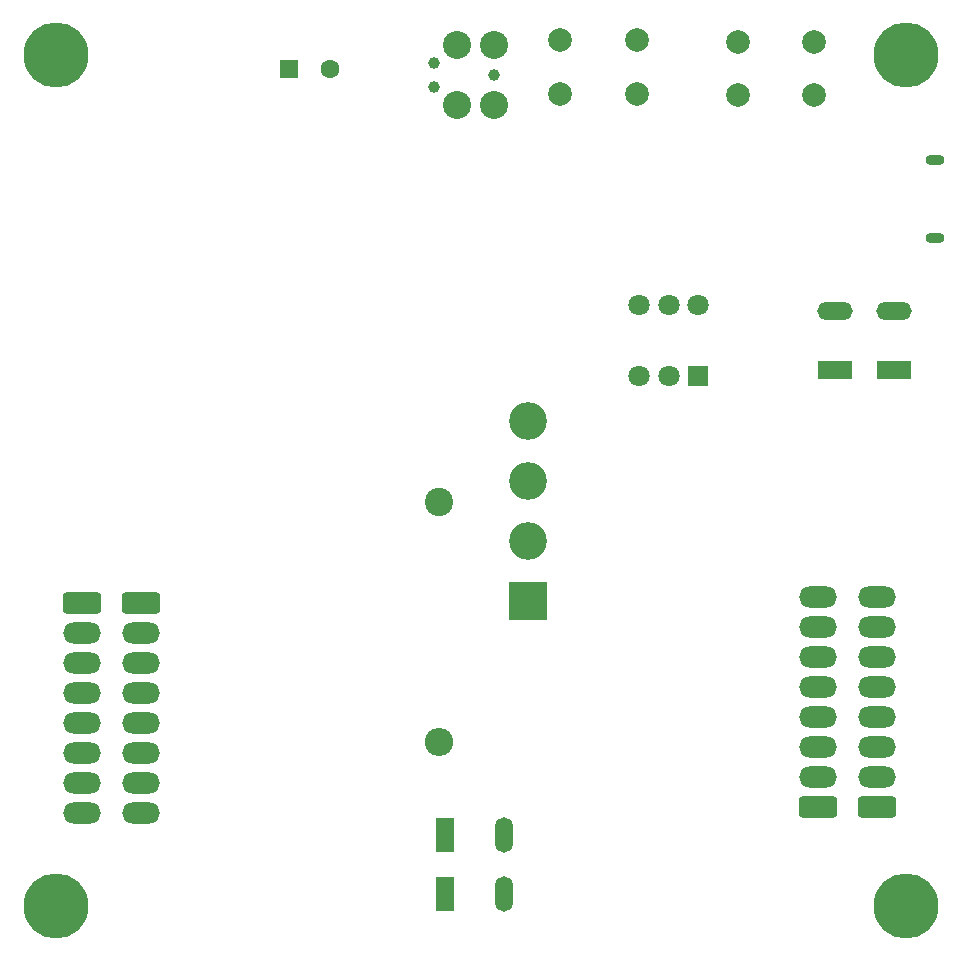
<source format=gbr>
%TF.GenerationSoftware,KiCad,Pcbnew,8.0.8+1*%
%TF.CreationDate,2025-03-01T17:33:29+00:00*%
%TF.ProjectId,dcclicht,6463636c-6963-4687-942e-6b696361645f,rev?*%
%TF.SameCoordinates,Original*%
%TF.FileFunction,Soldermask,Bot*%
%TF.FilePolarity,Negative*%
%FSLAX46Y46*%
G04 Gerber Fmt 4.6, Leading zero omitted, Abs format (unit mm)*
G04 Created by KiCad (PCBNEW 8.0.8+1) date 2025-03-01 17:33:29*
%MOMM*%
%LPD*%
G01*
G04 APERTURE LIST*
G04 Aperture macros list*
%AMRoundRect*
0 Rectangle with rounded corners*
0 $1 Rounding radius*
0 $2 $3 $4 $5 $6 $7 $8 $9 X,Y pos of 4 corners*
0 Add a 4 corners polygon primitive as box body*
4,1,4,$2,$3,$4,$5,$6,$7,$8,$9,$2,$3,0*
0 Add four circle primitives for the rounded corners*
1,1,$1+$1,$2,$3*
1,1,$1+$1,$4,$5*
1,1,$1+$1,$6,$7*
1,1,$1+$1,$8,$9*
0 Add four rect primitives between the rounded corners*
20,1,$1+$1,$2,$3,$4,$5,0*
20,1,$1+$1,$4,$5,$6,$7,0*
20,1,$1+$1,$6,$7,$8,$9,0*
20,1,$1+$1,$8,$9,$2,$3,0*%
G04 Aperture macros list end*
%ADD10C,5.500000*%
%ADD11R,1.800000X1.800000*%
%ADD12C,1.800000*%
%ADD13RoundRect,0.250000X-1.350000X0.650000X-1.350000X-0.650000X1.350000X-0.650000X1.350000X0.650000X0*%
%ADD14O,3.200000X1.800000*%
%ADD15R,1.600000X1.600000*%
%ADD16C,1.600000*%
%ADD17R,3.000000X1.500000*%
%ADD18O,3.000000X1.500000*%
%ADD19C,2.400000*%
%ADD20O,2.400000X2.400000*%
%ADD21RoundRect,0.250000X1.350000X-0.650000X1.350000X0.650000X-1.350000X0.650000X-1.350000X-0.650000X0*%
%ADD22C,2.000000*%
%ADD23C,2.374900*%
%ADD24C,0.990600*%
%ADD25O,1.600000X0.900000*%
%ADD26R,3.200000X3.200000*%
%ADD27C,3.200000*%
%ADD28R,1.500000X3.000000*%
%ADD29O,1.500000X3.000000*%
G04 APERTURE END LIST*
D10*
%TO.C,H101*%
X114000000Y-64000000D03*
%TD*%
%TO.C,H103*%
X186000000Y-136000000D03*
%TD*%
D11*
%TO.C,SW101*%
X168422500Y-91172500D03*
D12*
X165922500Y-91172500D03*
X163422500Y-91172500D03*
X168422500Y-85172500D03*
X165922500Y-85172500D03*
X163422500Y-85172500D03*
%TD*%
D13*
%TO.C,J202*%
X121250000Y-110380000D03*
X116250000Y-110380000D03*
D14*
X121250000Y-112920000D03*
X116250000Y-112920000D03*
X121250000Y-115460000D03*
X116250000Y-115460000D03*
X121250000Y-118000000D03*
X116250000Y-118000000D03*
X121250000Y-120540000D03*
X116250000Y-120540000D03*
X121250000Y-123080000D03*
X116250000Y-123080000D03*
X121250000Y-125620000D03*
X116250000Y-125620000D03*
X121250000Y-128160000D03*
X116250000Y-128160000D03*
%TD*%
D15*
%TO.C,C110*%
X133775000Y-65175000D03*
D16*
X137275000Y-65175000D03*
%TD*%
D17*
%TO.C,J103*%
X180000000Y-90650000D03*
X185000000Y-90650000D03*
D18*
X180000000Y-85650000D03*
X185000000Y-85650000D03*
%TD*%
D19*
%TO.C,R108*%
X146500000Y-101840000D03*
D20*
X146500000Y-122160000D03*
%TD*%
D21*
%TO.C,J201*%
X178517960Y-127610000D03*
X183517960Y-127610000D03*
D14*
X178517960Y-125070000D03*
X183517960Y-125070000D03*
X178517960Y-122530000D03*
X183517960Y-122530000D03*
X178517960Y-119990000D03*
X183517960Y-119990000D03*
X178517960Y-117450000D03*
X183517960Y-117450000D03*
X178517960Y-114910000D03*
X183517960Y-114910000D03*
X178517960Y-112370000D03*
X183517960Y-112370000D03*
X178517960Y-109830000D03*
X183517960Y-109830000D03*
%TD*%
D10*
%TO.C,H104*%
X114000000Y-136000000D03*
%TD*%
D22*
%TO.C,SW103*%
X171750000Y-62850000D03*
X178250000Y-62850000D03*
X171750000Y-67350000D03*
X178250000Y-67350000D03*
%TD*%
D10*
%TO.C,H102*%
X186000000Y-64000000D03*
%TD*%
D23*
%TO.C,J102*%
X151135000Y-68175000D03*
D24*
X151135000Y-65635000D03*
D23*
X151135000Y-63095000D03*
X147960000Y-68175000D03*
X147960000Y-63095000D03*
D24*
X146055000Y-66651000D03*
X146055000Y-64619000D03*
%TD*%
D22*
%TO.C,SW102*%
X156750000Y-62750000D03*
X163250000Y-62750000D03*
X156750000Y-67250000D03*
X163250000Y-67250000D03*
%TD*%
D25*
%TO.C,J301*%
X188495000Y-79500000D03*
X188495000Y-72900000D03*
%TD*%
D26*
%TO.C,D102*%
X154000000Y-110240000D03*
D27*
X154000000Y-105160000D03*
X154000000Y-100080000D03*
X154000000Y-95000000D03*
%TD*%
D28*
%TO.C,J101*%
X147000000Y-130000000D03*
X147000000Y-135000000D03*
D29*
X152000000Y-130000000D03*
X152000000Y-135000000D03*
%TD*%
M02*

</source>
